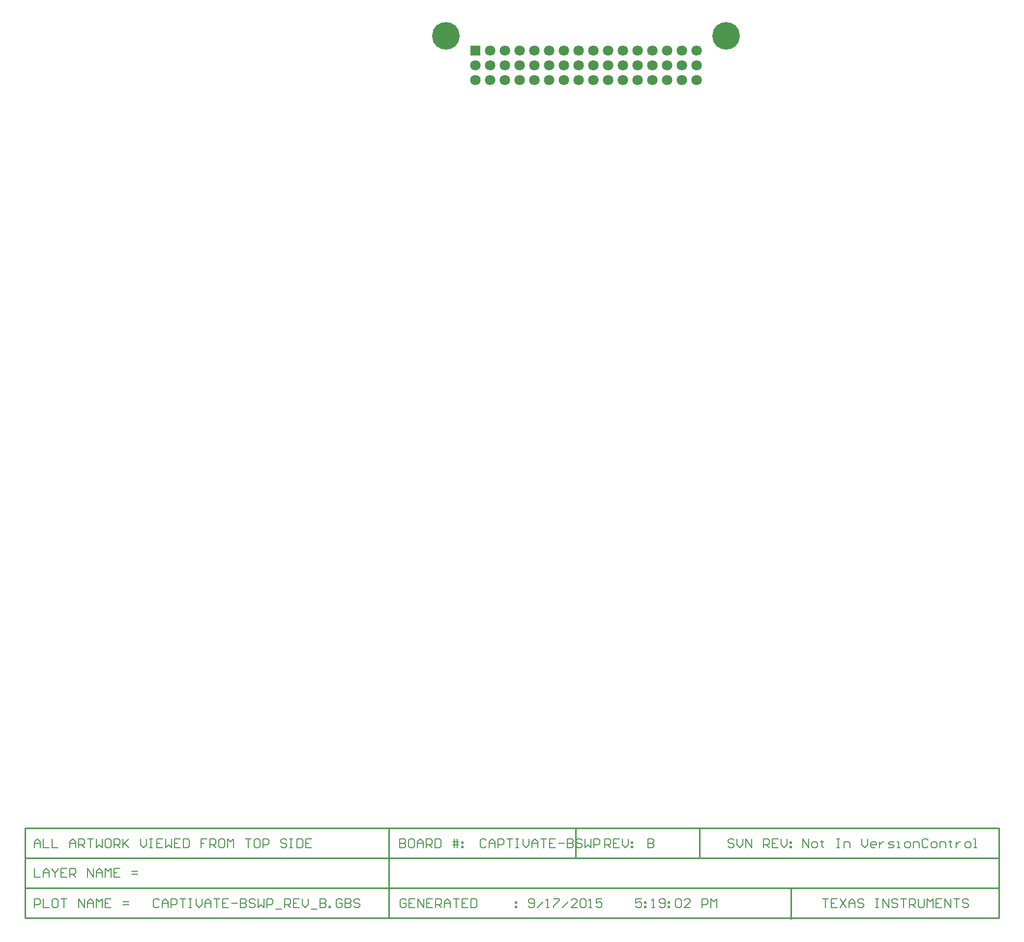
<source format=gbs>
%FSAX25Y25*%
%MOIN*%
G70*
G01*
G75*
G04 Layer_Color=16711935*
%ADD10C,0.00787*%
%ADD11C,0.03937*%
%ADD12C,0.00591*%
%ADD13C,0.00600*%
%ADD14C,0.00800*%
%ADD15C,0.01600*%
%ADD16C,0.01000*%
%ADD17C,0.06496*%
%ADD18R,0.06496X0.06496*%
%ADD19C,0.18110*%
%ADD20C,0.04000*%
%ADD21C,0.02500*%
%ADD22C,0.07874*%
%ADD23C,0.07096*%
%ADD24R,0.07096X0.07096*%
%ADD25C,0.18710*%
G54D14*
X0580500Y0052965D02*
X0584499D01*
X0582499D01*
Y0046966D01*
X0590497Y0052965D02*
X0586498D01*
Y0046966D01*
X0590497D01*
X0586498Y0049966D02*
X0588497D01*
X0592496Y0052965D02*
X0596495Y0046966D01*
Y0052965D02*
X0592496Y0046966D01*
X0598494D02*
Y0050965D01*
X0600493Y0052965D01*
X0602493Y0050965D01*
Y0046966D01*
Y0049966D01*
X0598494D01*
X0608491Y0051965D02*
X0607491Y0052965D01*
X0605492D01*
X0604492Y0051965D01*
Y0050965D01*
X0605492Y0049966D01*
X0607491D01*
X0608491Y0048966D01*
Y0047966D01*
X0607491Y0046966D01*
X0605492D01*
X0604492Y0047966D01*
X0616488Y0052965D02*
X0618488D01*
X0617488D01*
Y0046966D01*
X0616488D01*
X0618488D01*
X0621487D02*
Y0052965D01*
X0625486Y0046966D01*
Y0052965D01*
X0631484Y0051965D02*
X0630484Y0052965D01*
X0628484D01*
X0627485Y0051965D01*
Y0050965D01*
X0628484Y0049966D01*
X0630484D01*
X0631484Y0048966D01*
Y0047966D01*
X0630484Y0046966D01*
X0628484D01*
X0627485Y0047966D01*
X0633483Y0052965D02*
X0637482D01*
X0635482D01*
Y0046966D01*
X0639481D02*
Y0052965D01*
X0642480D01*
X0643480Y0051965D01*
Y0049966D01*
X0642480Y0048966D01*
X0639481D01*
X0641480D02*
X0643480Y0046966D01*
X0645479Y0052965D02*
Y0047966D01*
X0646479Y0046966D01*
X0648478D01*
X0649478Y0047966D01*
Y0052965D01*
X0651477Y0046966D02*
Y0052965D01*
X0653476Y0050965D01*
X0655476Y0052965D01*
Y0046966D01*
X0661474Y0052965D02*
X0657475D01*
Y0046966D01*
X0661474D01*
X0657475Y0049966D02*
X0659474D01*
X0663473Y0046966D02*
Y0052965D01*
X0667472Y0046966D01*
Y0052965D01*
X0669471D02*
X0673470D01*
X0671471D01*
Y0046966D01*
X0679468Y0051965D02*
X0678468Y0052965D01*
X0676469D01*
X0675469Y0051965D01*
Y0050965D01*
X0676469Y0049966D01*
X0678468D01*
X0679468Y0048966D01*
Y0047966D01*
X0678468Y0046966D01*
X0676469D01*
X0675469Y0047966D01*
X0458049Y0052965D02*
X0454050D01*
Y0049966D01*
X0456049Y0050965D01*
X0457049D01*
X0458049Y0049966D01*
Y0047966D01*
X0457049Y0046966D01*
X0455050D01*
X0454050Y0047966D01*
X0460048Y0050965D02*
X0461048D01*
Y0049966D01*
X0460048D01*
Y0050965D01*
Y0047966D02*
X0461048D01*
Y0046966D01*
X0460048D01*
Y0047966D01*
X0465046Y0046966D02*
X0467046D01*
X0466046D01*
Y0052965D01*
X0465046Y0051965D01*
X0470045Y0047966D02*
X0471044Y0046966D01*
X0473044D01*
X0474044Y0047966D01*
Y0051965D01*
X0473044Y0052965D01*
X0471044D01*
X0470045Y0051965D01*
Y0050965D01*
X0471044Y0049966D01*
X0474044D01*
X0476043Y0050965D02*
X0477043D01*
Y0049966D01*
X0476043D01*
Y0050965D01*
Y0047966D02*
X0477043D01*
Y0046966D01*
X0476043D01*
Y0047966D01*
X0481041Y0051965D02*
X0482041Y0052965D01*
X0484040D01*
X0485040Y0051965D01*
Y0047966D01*
X0484040Y0046966D01*
X0482041D01*
X0481041Y0047966D01*
Y0051965D01*
X0491038Y0046966D02*
X0487039D01*
X0491038Y0050965D01*
Y0051965D01*
X0490038Y0052965D01*
X0488039D01*
X0487039Y0051965D01*
X0499035Y0046966D02*
Y0052965D01*
X0502035D01*
X0503034Y0051965D01*
Y0049966D01*
X0502035Y0048966D01*
X0499035D01*
X0505033Y0046966D02*
Y0052965D01*
X0507033Y0050965D01*
X0509032Y0052965D01*
Y0046966D01*
X0046350D02*
Y0052965D01*
X0049349D01*
X0050349Y0051965D01*
Y0049966D01*
X0049349Y0048966D01*
X0046350D01*
X0052348Y0052965D02*
Y0046966D01*
X0056347D01*
X0061345Y0052965D02*
X0059346D01*
X0058346Y0051965D01*
Y0047966D01*
X0059346Y0046966D01*
X0061345D01*
X0062345Y0047966D01*
Y0051965D01*
X0061345Y0052965D01*
X0064344D02*
X0068343D01*
X0066343D01*
Y0046966D01*
X0076340D02*
Y0052965D01*
X0080339Y0046966D01*
Y0052965D01*
X0082338Y0046966D02*
Y0050965D01*
X0084338Y0052965D01*
X0086337Y0050965D01*
Y0046966D01*
Y0049966D01*
X0082338D01*
X0088336Y0046966D02*
Y0052965D01*
X0090336Y0050965D01*
X0092335Y0052965D01*
Y0046966D01*
X0098333Y0052965D02*
X0094335D01*
Y0046966D01*
X0098333D01*
X0094335Y0049966D02*
X0096334D01*
X0106331Y0048966D02*
X0110329D01*
X0106331Y0050965D02*
X0110329D01*
X0046350Y0073549D02*
Y0067551D01*
X0050349D01*
X0052348D02*
Y0071549D01*
X0054347Y0073549D01*
X0056347Y0071549D01*
Y0067551D01*
Y0070550D01*
X0052348D01*
X0058346Y0073549D02*
Y0072549D01*
X0060346Y0070550D01*
X0062345Y0072549D01*
Y0073549D01*
X0060346Y0070550D02*
Y0067551D01*
X0068343Y0073549D02*
X0064344D01*
Y0067551D01*
X0068343D01*
X0064344Y0070550D02*
X0066343D01*
X0070342Y0067551D02*
Y0073549D01*
X0073341D01*
X0074341Y0072549D01*
Y0070550D01*
X0073341Y0069550D01*
X0070342D01*
X0072342D02*
X0074341Y0067551D01*
X0082338D02*
Y0073549D01*
X0086337Y0067551D01*
Y0073549D01*
X0088336Y0067551D02*
Y0071549D01*
X0090336Y0073549D01*
X0092335Y0071549D01*
Y0067551D01*
Y0070550D01*
X0088336D01*
X0094335Y0067551D02*
Y0073549D01*
X0096334Y0071549D01*
X0098333Y0073549D01*
Y0067551D01*
X0104331Y0073549D02*
X0100332D01*
Y0067551D01*
X0104331D01*
X0100332Y0070550D02*
X0102332D01*
X0112329Y0069550D02*
X0116327D01*
X0112329Y0071549D02*
X0116327D01*
X0294000Y0093831D02*
Y0087833D01*
X0296999D01*
X0297999Y0088833D01*
Y0089833D01*
X0296999Y0090832D01*
X0294000D01*
X0296999D01*
X0297999Y0091832D01*
Y0092832D01*
X0296999Y0093831D01*
X0294000D01*
X0302997D02*
X0300998D01*
X0299998Y0092832D01*
Y0088833D01*
X0300998Y0087833D01*
X0302997D01*
X0303997Y0088833D01*
Y0092832D01*
X0302997Y0093831D01*
X0305996Y0087833D02*
Y0091832D01*
X0307996Y0093831D01*
X0309995Y0091832D01*
Y0087833D01*
Y0090832D01*
X0305996D01*
X0311994Y0087833D02*
Y0093831D01*
X0314993D01*
X0315993Y0092832D01*
Y0090832D01*
X0314993Y0089833D01*
X0311994D01*
X0313994D02*
X0315993Y0087833D01*
X0317992Y0093831D02*
Y0087833D01*
X0320991D01*
X0321991Y0088833D01*
Y0092832D01*
X0320991Y0093831D01*
X0317992D01*
X0330988Y0087833D02*
Y0093831D01*
X0332987D02*
Y0087833D01*
X0329988Y0091832D02*
X0332987D01*
X0333987D01*
X0329988Y0089833D02*
X0333987D01*
X0335986Y0091832D02*
X0336986D01*
Y0090832D01*
X0335986D01*
Y0091832D01*
Y0088833D02*
X0336986D01*
Y0087833D01*
X0335986D01*
Y0088833D01*
X0352549Y0092832D02*
X0351549Y0093831D01*
X0349550D01*
X0348550Y0092832D01*
Y0088833D01*
X0349550Y0087833D01*
X0351549D01*
X0352549Y0088833D01*
X0354548Y0087833D02*
Y0091832D01*
X0356547Y0093831D01*
X0358547Y0091832D01*
Y0087833D01*
Y0090832D01*
X0354548D01*
X0360546Y0087833D02*
Y0093831D01*
X0363545D01*
X0364545Y0092832D01*
Y0090832D01*
X0363545Y0089833D01*
X0360546D01*
X0366544Y0093831D02*
X0370543D01*
X0368544D01*
Y0087833D01*
X0372542Y0093831D02*
X0374542D01*
X0373542D01*
Y0087833D01*
X0372542D01*
X0374542D01*
X0377541Y0093831D02*
Y0089833D01*
X0379540Y0087833D01*
X0381539Y0089833D01*
Y0093831D01*
X0383539Y0087833D02*
Y0091832D01*
X0385538Y0093831D01*
X0387537Y0091832D01*
Y0087833D01*
Y0090832D01*
X0383539D01*
X0389537Y0093831D02*
X0393535D01*
X0391536D01*
Y0087833D01*
X0399534Y0093831D02*
X0395535D01*
Y0087833D01*
X0399534D01*
X0395535Y0090832D02*
X0397534D01*
X0401533D02*
X0405532D01*
X0407531Y0093831D02*
Y0087833D01*
X0410530D01*
X0411530Y0088833D01*
Y0089833D01*
X0410530Y0090832D01*
X0407531D01*
X0410530D01*
X0411530Y0091832D01*
Y0092832D01*
X0410530Y0093831D01*
X0407531D01*
X0417528Y0092832D02*
X0416528Y0093831D01*
X0414529D01*
X0413529Y0092832D01*
Y0091832D01*
X0414529Y0090832D01*
X0416528D01*
X0417528Y0089833D01*
Y0088833D01*
X0416528Y0087833D01*
X0414529D01*
X0413529Y0088833D01*
X0419527Y0093831D02*
Y0087833D01*
X0421526Y0089833D01*
X0423526Y0087833D01*
Y0093831D01*
X0425525Y0087833D02*
Y0093831D01*
X0428524D01*
X0429524Y0092832D01*
Y0090832D01*
X0428524Y0089833D01*
X0425525D01*
X0462150Y0093831D02*
Y0087833D01*
X0465149D01*
X0466149Y0088833D01*
Y0089833D01*
X0465149Y0090832D01*
X0462150D01*
X0465149D01*
X0466149Y0091832D01*
Y0092832D01*
X0465149Y0093831D01*
X0462150D01*
X0046350Y0087833D02*
Y0091832D01*
X0048349Y0093831D01*
X0050349Y0091832D01*
Y0087833D01*
Y0090832D01*
X0046350D01*
X0052348Y0093831D02*
Y0087833D01*
X0056347D01*
X0058346Y0093831D02*
Y0087833D01*
X0062345D01*
X0070342D02*
Y0091832D01*
X0072342Y0093831D01*
X0074341Y0091832D01*
Y0087833D01*
Y0090832D01*
X0070342D01*
X0076340Y0087833D02*
Y0093831D01*
X0079339D01*
X0080339Y0092832D01*
Y0090832D01*
X0079339Y0089833D01*
X0076340D01*
X0078340D02*
X0080339Y0087833D01*
X0082338Y0093831D02*
X0086337D01*
X0084338D01*
Y0087833D01*
X0088336Y0093831D02*
Y0087833D01*
X0090336Y0089833D01*
X0092335Y0087833D01*
Y0093831D01*
X0097334D02*
X0095334D01*
X0094335Y0092832D01*
Y0088833D01*
X0095334Y0087833D01*
X0097334D01*
X0098333Y0088833D01*
Y0092832D01*
X0097334Y0093831D01*
X0100332Y0087833D02*
Y0093831D01*
X0103332D01*
X0104331Y0092832D01*
Y0090832D01*
X0103332Y0089833D01*
X0100332D01*
X0102332D02*
X0104331Y0087833D01*
X0106331Y0093831D02*
Y0087833D01*
Y0089833D01*
X0110329Y0093831D01*
X0107330Y0090832D01*
X0110329Y0087833D01*
X0118327Y0093831D02*
Y0089833D01*
X0120326Y0087833D01*
X0122325Y0089833D01*
Y0093831D01*
X0124325D02*
X0126324D01*
X0125324D01*
Y0087833D01*
X0124325D01*
X0126324D01*
X0133322Y0093831D02*
X0129323D01*
Y0087833D01*
X0133322D01*
X0129323Y0090832D02*
X0131323D01*
X0135321Y0093831D02*
Y0087833D01*
X0137321Y0089833D01*
X0139320Y0087833D01*
Y0093831D01*
X0145318D02*
X0141319D01*
Y0087833D01*
X0145318D01*
X0141319Y0090832D02*
X0143319D01*
X0147317Y0093831D02*
Y0087833D01*
X0150316D01*
X0151316Y0088833D01*
Y0092832D01*
X0150316Y0093831D01*
X0147317D01*
X0163312D02*
X0159313D01*
Y0090832D01*
X0161313D01*
X0159313D01*
Y0087833D01*
X0165312D02*
Y0093831D01*
X0168310D01*
X0169310Y0092832D01*
Y0090832D01*
X0168310Y0089833D01*
X0165312D01*
X0167311D02*
X0169310Y0087833D01*
X0174309Y0093831D02*
X0172309D01*
X0171310Y0092832D01*
Y0088833D01*
X0172309Y0087833D01*
X0174309D01*
X0175308Y0088833D01*
Y0092832D01*
X0174309Y0093831D01*
X0177308Y0087833D02*
Y0093831D01*
X0179307Y0091832D01*
X0181306Y0093831D01*
Y0087833D01*
X0189304Y0093831D02*
X0193303D01*
X0191303D01*
Y0087833D01*
X0198301Y0093831D02*
X0196301D01*
X0195302Y0092832D01*
Y0088833D01*
X0196301Y0087833D01*
X0198301D01*
X0199301Y0088833D01*
Y0092832D01*
X0198301Y0093831D01*
X0201300Y0087833D02*
Y0093831D01*
X0204299D01*
X0205299Y0092832D01*
Y0090832D01*
X0204299Y0089833D01*
X0201300D01*
X0217295Y0092832D02*
X0216295Y0093831D01*
X0214296D01*
X0213296Y0092832D01*
Y0091832D01*
X0214296Y0090832D01*
X0216295D01*
X0217295Y0089833D01*
Y0088833D01*
X0216295Y0087833D01*
X0214296D01*
X0213296Y0088833D01*
X0219294Y0093831D02*
X0221293D01*
X0220294D01*
Y0087833D01*
X0219294D01*
X0221293D01*
X0224292Y0093831D02*
Y0087833D01*
X0227291D01*
X0228291Y0088833D01*
Y0092832D01*
X0227291Y0093831D01*
X0224292D01*
X0234289D02*
X0230291D01*
Y0087833D01*
X0234289D01*
X0230291Y0090832D02*
X0232290D01*
X0298199Y0051965D02*
X0297199Y0052965D01*
X0295200D01*
X0294200Y0051965D01*
Y0047966D01*
X0295200Y0046966D01*
X0297199D01*
X0298199Y0047966D01*
Y0049966D01*
X0296199D01*
X0304197Y0052965D02*
X0300198D01*
Y0046966D01*
X0304197D01*
X0300198Y0049966D02*
X0302197D01*
X0306196Y0046966D02*
Y0052965D01*
X0310195Y0046966D01*
Y0052965D01*
X0316193D02*
X0312194D01*
Y0046966D01*
X0316193D01*
X0312194Y0049966D02*
X0314194D01*
X0318192Y0046966D02*
Y0052965D01*
X0321191D01*
X0322191Y0051965D01*
Y0049966D01*
X0321191Y0048966D01*
X0318192D01*
X0320192D02*
X0322191Y0046966D01*
X0324190D02*
Y0050965D01*
X0326190Y0052965D01*
X0328189Y0050965D01*
Y0046966D01*
Y0049966D01*
X0324190D01*
X0330188Y0052965D02*
X0334187D01*
X0332188D01*
Y0046966D01*
X0340185Y0052965D02*
X0336186D01*
Y0046966D01*
X0340185D01*
X0336186Y0049966D02*
X0338186D01*
X0342184Y0052965D02*
Y0046966D01*
X0345183D01*
X0346183Y0047966D01*
Y0051965D01*
X0345183Y0052965D01*
X0342184D01*
X0372175Y0050965D02*
X0373175D01*
Y0049966D01*
X0372175D01*
Y0050965D01*
Y0047966D02*
X0373175D01*
Y0046966D01*
X0372175D01*
Y0047966D01*
X0381150D02*
X0382150Y0046966D01*
X0384149D01*
X0385149Y0047966D01*
Y0051965D01*
X0384149Y0052965D01*
X0382150D01*
X0381150Y0051965D01*
Y0050965D01*
X0382150Y0049966D01*
X0385149D01*
X0387148Y0046966D02*
X0391147Y0050965D01*
X0393146Y0046966D02*
X0395146D01*
X0394146D01*
Y0052965D01*
X0393146Y0051965D01*
X0398145Y0052965D02*
X0402143D01*
Y0051965D01*
X0398145Y0047966D01*
Y0046966D01*
X0404143D02*
X0408141Y0050965D01*
X0414139Y0046966D02*
X0410141D01*
X0414139Y0050965D01*
Y0051965D01*
X0413140Y0052965D01*
X0411140D01*
X0410141Y0051965D01*
X0416139D02*
X0417138Y0052965D01*
X0419138D01*
X0420137Y0051965D01*
Y0047966D01*
X0419138Y0046966D01*
X0417138D01*
X0416139Y0047966D01*
Y0051965D01*
X0422137Y0046966D02*
X0424136D01*
X0423136D01*
Y0052965D01*
X0422137Y0051965D01*
X0431134Y0052965D02*
X0427135D01*
Y0049966D01*
X0429135Y0050965D01*
X0430134D01*
X0431134Y0049966D01*
Y0047966D01*
X0430134Y0046966D01*
X0428135D01*
X0427135Y0047966D01*
X0130899Y0051965D02*
X0129899Y0052965D01*
X0127900D01*
X0126900Y0051965D01*
Y0047966D01*
X0127900Y0046966D01*
X0129899D01*
X0130899Y0047966D01*
X0132898Y0046966D02*
Y0050965D01*
X0134897Y0052965D01*
X0136897Y0050965D01*
Y0046966D01*
Y0049966D01*
X0132898D01*
X0138896Y0046966D02*
Y0052965D01*
X0141895D01*
X0142895Y0051965D01*
Y0049966D01*
X0141895Y0048966D01*
X0138896D01*
X0144894Y0052965D02*
X0148893D01*
X0146894D01*
Y0046966D01*
X0150892Y0052965D02*
X0152892D01*
X0151892D01*
Y0046966D01*
X0150892D01*
X0152892D01*
X0155891Y0052965D02*
Y0048966D01*
X0157890Y0046966D01*
X0159889Y0048966D01*
Y0052965D01*
X0161889Y0046966D02*
Y0050965D01*
X0163888Y0052965D01*
X0165887Y0050965D01*
Y0046966D01*
Y0049966D01*
X0161889D01*
X0167887Y0052965D02*
X0171885D01*
X0169886D01*
Y0046966D01*
X0177884Y0052965D02*
X0173885D01*
Y0046966D01*
X0177884D01*
X0173885Y0049966D02*
X0175884D01*
X0179883D02*
X0183882D01*
X0185881Y0052965D02*
Y0046966D01*
X0188880D01*
X0189880Y0047966D01*
Y0048966D01*
X0188880Y0049966D01*
X0185881D01*
X0188880D01*
X0189880Y0050965D01*
Y0051965D01*
X0188880Y0052965D01*
X0185881D01*
X0195878Y0051965D02*
X0194878Y0052965D01*
X0192879D01*
X0191879Y0051965D01*
Y0050965D01*
X0192879Y0049966D01*
X0194878D01*
X0195878Y0048966D01*
Y0047966D01*
X0194878Y0046966D01*
X0192879D01*
X0191879Y0047966D01*
X0197877Y0052965D02*
Y0046966D01*
X0199876Y0048966D01*
X0201876Y0046966D01*
Y0052965D01*
X0203875Y0046966D02*
Y0052965D01*
X0206874D01*
X0207874Y0051965D01*
Y0049966D01*
X0206874Y0048966D01*
X0203875D01*
X0209873Y0045967D02*
X0213872D01*
X0215871Y0046966D02*
Y0052965D01*
X0218870D01*
X0219870Y0051965D01*
Y0049966D01*
X0218870Y0048966D01*
X0215871D01*
X0217871D02*
X0219870Y0046966D01*
X0225868Y0052965D02*
X0221869D01*
Y0046966D01*
X0225868D01*
X0221869Y0049966D02*
X0223869D01*
X0227867Y0052965D02*
Y0048966D01*
X0229867Y0046966D01*
X0231866Y0048966D01*
Y0052965D01*
X0233865Y0045967D02*
X0237864D01*
X0239863Y0052965D02*
Y0046966D01*
X0242863D01*
X0243862Y0047966D01*
Y0048966D01*
X0242863Y0049966D01*
X0239863D01*
X0242863D01*
X0243862Y0050965D01*
Y0051965D01*
X0242863Y0052965D01*
X0239863D01*
X0245862Y0046966D02*
Y0047966D01*
X0246861D01*
Y0046966D01*
X0245862D01*
X0254859Y0051965D02*
X0253859Y0052965D01*
X0251860D01*
X0250860Y0051965D01*
Y0047966D01*
X0251860Y0046966D01*
X0253859D01*
X0254859Y0047966D01*
Y0049966D01*
X0252859D01*
X0256858Y0052965D02*
Y0046966D01*
X0259857D01*
X0260857Y0047966D01*
Y0048966D01*
X0259857Y0049966D01*
X0256858D01*
X0259857D01*
X0260857Y0050965D01*
Y0051965D01*
X0259857Y0052965D01*
X0256858D01*
X0266855Y0051965D02*
X0265855Y0052965D01*
X0263856D01*
X0262856Y0051965D01*
Y0050965D01*
X0263856Y0049966D01*
X0265855D01*
X0266855Y0048966D01*
Y0047966D01*
X0265855Y0046966D01*
X0263856D01*
X0262856Y0047966D01*
X0433000Y0087833D02*
Y0093831D01*
X0435999D01*
X0436999Y0092832D01*
Y0090832D01*
X0435999Y0089833D01*
X0433000D01*
X0434999D02*
X0436999Y0087833D01*
X0442997Y0093831D02*
X0438998D01*
Y0087833D01*
X0442997D01*
X0438998Y0090832D02*
X0440997D01*
X0444996Y0093831D02*
Y0089833D01*
X0446995Y0087833D01*
X0448995Y0089833D01*
Y0093831D01*
X0450994Y0091832D02*
X0451994D01*
Y0090832D01*
X0450994D01*
Y0091832D01*
Y0088833D02*
X0451994D01*
Y0087833D01*
X0450994D01*
Y0088833D01*
X0520799Y0092832D02*
X0519799Y0093831D01*
X0517800D01*
X0516800Y0092832D01*
Y0091832D01*
X0517800Y0090832D01*
X0519799D01*
X0520799Y0089833D01*
Y0088833D01*
X0519799Y0087833D01*
X0517800D01*
X0516800Y0088833D01*
X0522798Y0093831D02*
Y0089833D01*
X0524797Y0087833D01*
X0526797Y0089833D01*
Y0093831D01*
X0528796Y0087833D02*
Y0093831D01*
X0532795Y0087833D01*
Y0093831D01*
X0540792Y0087833D02*
Y0093831D01*
X0543791D01*
X0544791Y0092832D01*
Y0090832D01*
X0543791Y0089833D01*
X0540792D01*
X0542792D02*
X0544791Y0087833D01*
X0550789Y0093831D02*
X0546790D01*
Y0087833D01*
X0550789D01*
X0546790Y0090832D02*
X0548790D01*
X0552788Y0093831D02*
Y0089833D01*
X0554788Y0087833D01*
X0556787Y0089833D01*
Y0093831D01*
X0558786Y0091832D02*
X0559786D01*
Y0090832D01*
X0558786D01*
Y0091832D01*
Y0088833D02*
X0559786D01*
Y0087833D01*
X0558786D01*
Y0088833D01*
X0567400Y0087833D02*
Y0093831D01*
X0571399Y0087833D01*
Y0093831D01*
X0574398Y0087833D02*
X0576397D01*
X0577397Y0088833D01*
Y0090832D01*
X0576397Y0091832D01*
X0574398D01*
X0573398Y0090832D01*
Y0088833D01*
X0574398Y0087833D01*
X0580396Y0092832D02*
Y0091832D01*
X0579396D01*
X0581395D01*
X0580396D01*
Y0088833D01*
X0581395Y0087833D01*
X0590393Y0093831D02*
X0592392D01*
X0591392D01*
Y0087833D01*
X0590393D01*
X0592392D01*
X0595391D02*
Y0091832D01*
X0598390D01*
X0599390Y0090832D01*
Y0087833D01*
X0607387Y0093831D02*
Y0089833D01*
X0609386Y0087833D01*
X0611386Y0089833D01*
Y0093831D01*
X0616384Y0087833D02*
X0614385D01*
X0613385Y0088833D01*
Y0090832D01*
X0614385Y0091832D01*
X0616384D01*
X0617384Y0090832D01*
Y0089833D01*
X0613385D01*
X0619383Y0091832D02*
Y0087833D01*
Y0089833D01*
X0620383Y0090832D01*
X0621383Y0091832D01*
X0622382D01*
X0625381Y0087833D02*
X0628380D01*
X0629380Y0088833D01*
X0628380Y0089833D01*
X0626381D01*
X0625381Y0090832D01*
X0626381Y0091832D01*
X0629380D01*
X0631379Y0087833D02*
X0633379D01*
X0632379D01*
Y0091832D01*
X0631379D01*
X0637377Y0087833D02*
X0639377D01*
X0640376Y0088833D01*
Y0090832D01*
X0639377Y0091832D01*
X0637377D01*
X0636378Y0090832D01*
Y0088833D01*
X0637377Y0087833D01*
X0642376D02*
Y0091832D01*
X0645375D01*
X0646374Y0090832D01*
Y0087833D01*
X0652373Y0092832D02*
X0651373Y0093831D01*
X0649373D01*
X0648374Y0092832D01*
Y0088833D01*
X0649373Y0087833D01*
X0651373D01*
X0652373Y0088833D01*
X0655372Y0087833D02*
X0657371D01*
X0658371Y0088833D01*
Y0090832D01*
X0657371Y0091832D01*
X0655372D01*
X0654372Y0090832D01*
Y0088833D01*
X0655372Y0087833D01*
X0660370D02*
Y0091832D01*
X0663369D01*
X0664369Y0090832D01*
Y0087833D01*
X0667368Y0092832D02*
Y0091832D01*
X0666368D01*
X0668367D01*
X0667368D01*
Y0088833D01*
X0668367Y0087833D01*
X0671366Y0091832D02*
Y0087833D01*
Y0089833D01*
X0672366Y0090832D01*
X0673366Y0091832D01*
X0674365D01*
X0678364Y0087833D02*
X0680364D01*
X0681363Y0088833D01*
Y0090832D01*
X0680364Y0091832D01*
X0678364D01*
X0677364Y0090832D01*
Y0088833D01*
X0678364Y0087833D01*
X0683362D02*
X0685362D01*
X0684362D01*
Y0093831D01*
X0683362D01*
G54D16*
X0559400Y0039400D02*
Y0059683D01*
X0440500Y0040050D02*
X0700200D01*
Y0101050D01*
X0286500Y0040050D02*
Y0101050D01*
X0040000Y0040050D02*
Y0101050D01*
X0040050Y0040050D02*
X0197600D01*
X0040050D02*
Y0101050D01*
Y0101050D02*
X0700200D01*
X0040000Y0040050D02*
X0440500D01*
X0040000Y0060383D02*
X0700000D01*
X0040000Y0080717D02*
X0700200D01*
X0413200D02*
Y0101050D01*
X0497200Y0080717D02*
Y0101050D01*
G54D23*
X0445200Y0628534D02*
D03*
X0415200D02*
D03*
X0385200D02*
D03*
X0355200D02*
D03*
X0465200D02*
D03*
X0475200D02*
D03*
X0485200D02*
D03*
X0495200D02*
D03*
X0465200Y0618534D02*
D03*
X0475200D02*
D03*
X0485200D02*
D03*
X0495200D02*
D03*
X0465200Y0608534D02*
D03*
X0475200D02*
D03*
X0485200D02*
D03*
X0495200D02*
D03*
X0455200Y0628534D02*
D03*
X0435200D02*
D03*
X0425200D02*
D03*
X0405200D02*
D03*
X0395200D02*
D03*
X0375200D02*
D03*
X0365200D02*
D03*
X0455200Y0608534D02*
D03*
X0435200D02*
D03*
X0425200D02*
D03*
X0405200D02*
D03*
X0395200D02*
D03*
X0375200D02*
D03*
X0365200D02*
D03*
X0345200D02*
D03*
X0445200Y0618534D02*
D03*
X0415200D02*
D03*
X0385200D02*
D03*
X0355200D02*
D03*
X0455200D02*
D03*
X0435200D02*
D03*
X0425200D02*
D03*
X0405200D02*
D03*
X0395200D02*
D03*
X0375200D02*
D03*
X0365200D02*
D03*
X0345200D02*
D03*
X0445200Y0608534D02*
D03*
X0415200D02*
D03*
X0385200D02*
D03*
X0355200D02*
D03*
G54D24*
X0345200Y0628534D02*
D03*
G54D25*
X0325200Y0638534D02*
D03*
X0515200D02*
D03*
M02*

</source>
